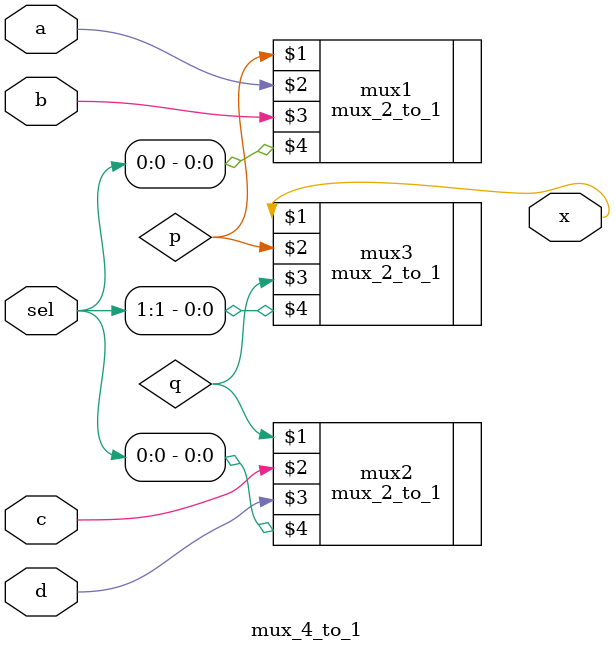
<source format=v>

module mux_4_to_1(x, a, b, c, d, sel); 
    input a, b, c, d; 
    input [1:0] sel;
    output x; 
    wire p, q; 

    mux_2_to_1 mux1(p, a, b, sel[0]),
               mux2(q, c, d, sel[0]),
               mux3(x, p, q, sel[1]);
endmodule

</source>
